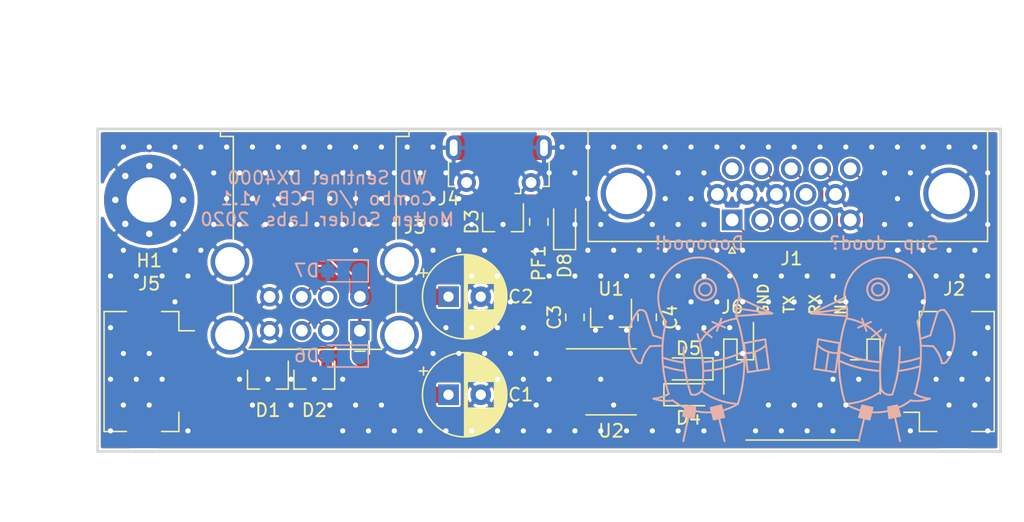
<source format=kicad_pcb>
(kicad_pcb (version 20171130) (host pcbnew 5.1.8-1.fc31)
  (layers (0 F.Cu signal) (31 B.Cu signal) (34 B.Paste user) (35 F.Paste user) (36 B.SilkS user) (37 F.SilkS user) (38 B.Mask user) (39 F.Mask user) (44 Edge.Cuts user))
  (net 0 "")
  (net 1 GND)
  (net 2 /RED_VID)
  (net 3 /GRN_VID)
  (net 4 /BLU_VID)
  (net 5 /SDA)
  (net 6 /SCL)
  (net 7 +3V3)
  (net 8 /UD-)
  (net 9 /UD+)
  (net 10 /DX_RX)
  (net 11 /DX_TX)
  (net 12 "Net-(J4-Pad1)")
  (net 13 /HSYNC)
  (net 14 /VSYNC)
  (net 15 "Net-(D4-Pad1)")
  (net 16 "Net-(D5-Pad2)")
  (net 17 /5V_A)
  (net 18 /5V_B)
  (net 19 /5V_C)
  (net 20 /USB_B+)
  (net 21 /USB_B-)
  (net 22 /USB_A+)
  (net 23 /USB_A-)
  (module Package_SO:SOIC-8_3.9x4.9mm_P1.27mm (layer F.Cu) (at 128.8 130.6)
    (fp_text reference U2 (at 0 3.8) (layer F.SilkS))
    (fp_text value CH330N)
    (pad 8 smd roundrect (at 2.475 -1.905) (size 1.95 0.6) (layers F.Cu F.Paste F.Mask) (net 7 +3V3))
    (pad 7 smd roundrect (at 2.475 -0.635) (size 1.95 0.6) (layers F.Cu F.Paste F.Mask) (net 16 "Net-(D5-Pad2)"))
    (pad 6 smd roundrect (at 2.475 0.635) (size 1.95 0.6) (layers F.Cu F.Paste F.Mask) (net 15 "Net-(D4-Pad1)"))
    (pad 5 smd roundrect (at 2.475 1.905) (size 1.95 0.6) (layers F.Cu F.Paste F.Mask) (net 7 +3V3))
    (pad 4 smd roundrect (at -2.475 1.905) (size 1.95 0.6) (layers F.Cu F.Paste F.Mask))
    (pad 3 smd roundrect (at -2.475 0.635) (size 1.95 0.6) (layers F.Cu F.Paste F.Mask) (net 1 GND))
    (pad 2 smd roundrect (at -2.475 -0.635) (size 1.95 0.6) (layers F.Cu F.Paste F.Mask) (net 8 /UD-))
    (pad 1 smd roundrect (at -2.475 -1.905) (size 1.95 0.6) (layers F.Cu F.Paste F.Mask) (net 9 /UD+))
  )
  (module Connector_USB:USB_A_Wuerth_61400826021_Horizontal_Stacked (layer F.Cu) (at 109.33 126.63 180)
    (fp_text reference J3 (at -4.27 8.03) (layer F.SilkS))
    (fp_text value Dual_USB)
    (pad 9 thru_hole circle (at 10.07 -0.35 180) (size 3 3) (drill 2.3) (layers *.Cu *.Mask) (net 1 GND))
    (pad 9 thru_hole circle (at -3.07 -0.35 180) (size 3 3) (drill 2.3) (layers *.Cu *.Mask) (net 1 GND))
    (pad 1 thru_hole rect (at 0 0 180) (size 1.5 1.5) (drill 0.92) (layers *.Cu *.Mask) (net 18 /5V_B))
    (pad 2 thru_hole circle (at 2.5 0 180) (size 1.5 1.5) (drill 0.92) (layers *.Cu *.Mask) (net 21 /USB_B-))
    (pad 3 thru_hole circle (at 4.5 0 180) (size 1.5 1.5) (drill 0.92) (layers *.Cu *.Mask) (net 20 /USB_B+))
    (pad 4 thru_hole circle (at 7 0 180) (size 1.5 1.5) (drill 0.92) (layers *.Cu *.Mask) (net 1 GND))
    (pad 9 thru_hole circle (at -3.07 5.33 180) (size 3 3) (drill 2.3) (layers *.Cu *.Mask) (net 1 GND))
    (pad 9 thru_hole circle (at 10.07 5.33 180) (size 3 3) (drill 2.3) (layers *.Cu *.Mask) (net 1 GND))
    (pad 5 thru_hole circle (at 0 2.62 180) (size 1.5 1.5) (drill 0.92) (layers *.Cu *.Mask) (net 17 /5V_A))
    (pad 6 thru_hole circle (at 2.5 2.62 180) (size 1.5 1.5) (drill 0.92) (layers *.Cu *.Mask) (net 23 /USB_A-))
    (pad 7 thru_hole circle (at 4.5 2.62 180) (size 1.5 1.5) (drill 0.92) (layers *.Cu *.Mask) (net 22 /USB_A+))
    (pad 8 thru_hole circle (at 7 2.62 180) (size 1.5 1.5) (drill 0.92) (layers *.Cu *.Mask) (net 1 GND))
  )
  (module Capacitor_SMD:C_0805_2012Metric (layer F.Cu) (at 131.6 125.6 270)
    (fp_text reference C4 (at 0 -1.8 90) (layer F.SilkS))
    (fp_text value 10u)
    (pad 2 smd roundrect (at 0.9375 0 270) (size 0.975 1.4) (layers F.Cu F.Paste F.Mask) (net 1 GND))
    (pad 1 smd roundrect (at -0.9375 0 270) (size 0.975 1.4) (layers F.Cu F.Paste F.Mask) (net 7 +3V3))
  )
  (module Connector_JST:JST_PH_S4B-PH-SM4-TB_1x04-1MP_P2.00mm_Horizontal (layer F.Cu) (at 143.6 130.6)
    (fp_text reference J6 (at -5.4 -5.8) (layer F.SilkS))
    (fp_text value TO_DX_SER_HDR)
    (pad MP smd roundrect (at 5.35 2.9) (size 1.5 3.4) (layers F.Cu F.Paste F.Mask) (roundrect_rratio 0.166667))
    (pad MP smd roundrect (at -5.35 2.9) (size 1.5 3.4) (layers F.Cu F.Paste F.Mask) (roundrect_rratio 0.166667))
    (pad 4 smd roundrect (at 3 -2.85) (size 1 3.5) (layers F.Cu F.Paste F.Mask))
    (pad 3 smd roundrect (at 1 -2.85) (size 1 3.5) (layers F.Cu F.Paste F.Mask) (net 10 /DX_RX))
    (pad 2 smd roundrect (at -1 -2.85) (size 1 3.5) (layers F.Cu F.Paste F.Mask) (net 11 /DX_TX))
    (pad 1 smd roundrect (at -3 -2.85) (size 1 3.5) (layers F.Cu F.Paste F.Mask) (net 1 GND))
  )
  (module Capacitor_SMD:C_0805_2012Metric (layer F.Cu) (at 126 125.6 270)
    (fp_text reference C3 (at 0 1.6 90) (layer F.SilkS))
    (fp_text value 10u)
    (pad 1 smd roundrect (at -0.9375 0 270) (size 0.975 1.4) (layers F.Cu F.Paste F.Mask) (net 19 /5V_C))
    (pad 2 smd roundrect (at 0.9375 0 270) (size 0.975 1.4) (layers F.Cu F.Paste F.Mask) (net 1 GND))
  )
  (module Connector_FFC-FPC:Hirose_FH12-12S-0.5SH_1x12-1MP_P0.50mm_Horizontal (layer F.Cu) (at 94 129.8 270)
    (fp_text reference J5 (at -6.8 1 180) (layer F.SilkS))
    (fp_text value FFC_USB)
    (pad MP smd rect (at 4.65 1.4 270) (size 1.8 2.2) (layers F.Cu F.Paste F.Mask))
    (pad MP smd rect (at -4.65 1.4 270) (size 1.8 2.2) (layers F.Cu F.Paste F.Mask))
    (pad 1 smd rect (at -2.75 -1.85 270) (size 0.3 1.3) (layers F.Cu F.Paste F.Mask) (net 17 /5V_A))
    (pad 2 smd rect (at -2.25 -1.85 270) (size 0.3 1.3) (layers F.Cu F.Paste F.Mask) (net 17 /5V_A))
    (pad 3 smd rect (at -1.75 -1.85 270) (size 0.3 1.3) (layers F.Cu F.Paste F.Mask) (net 18 /5V_B))
    (pad 4 smd rect (at -1.25 -1.85 270) (size 0.3 1.3) (layers F.Cu F.Paste F.Mask) (net 18 /5V_B))
    (pad 5 smd rect (at -0.75 -1.85 270) (size 0.3 1.3) (layers F.Cu F.Paste F.Mask) (net 23 /USB_A-))
    (pad 6 smd rect (at -0.25 -1.85 270) (size 0.3 1.3) (layers F.Cu F.Paste F.Mask) (net 22 /USB_A+))
    (pad 7 smd rect (at 0.25 -1.85 270) (size 0.3 1.3) (layers F.Cu F.Paste F.Mask) (net 1 GND))
    (pad 8 smd rect (at 0.75 -1.85 270) (size 0.3 1.3) (layers F.Cu F.Paste F.Mask) (net 1 GND))
    (pad 9 smd rect (at 1.25 -1.85 270) (size 0.3 1.3) (layers F.Cu F.Paste F.Mask) (net 21 /USB_B-))
    (pad 10 smd rect (at 1.75 -1.85 270) (size 0.3 1.3) (layers F.Cu F.Paste F.Mask) (net 20 /USB_B+))
    (pad 11 smd rect (at 2.25 -1.85 270) (size 0.3 1.3) (layers F.Cu F.Paste F.Mask) (net 1 GND))
    (pad 12 smd rect (at 2.75 -1.85 270) (size 0.3 1.3) (layers F.Cu F.Paste F.Mask) (net 1 GND))
  )
  (module Package_TO_SOT_SMD:SOT-23 (layer F.Cu) (at 102.2 130.4 270)
    (fp_text reference D1 (at 2.4 0) (layer F.SilkS))
    (fp_text value SESLC5V)
    (pad 3 smd rect (at 1 0 270) (size 0.9 0.8) (layers F.Cu F.Paste F.Mask) (net 1 GND))
    (pad 2 smd rect (at -1 0.95 270) (size 0.9 0.8) (layers F.Cu F.Paste F.Mask) (net 23 /USB_A-))
    (pad 1 smd rect (at -1 -0.95 270) (size 0.9 0.8) (layers F.Cu F.Paste F.Mask) (net 22 /USB_A+))
  )
  (module Package_TO_SOT_SMD:SOT-23 (layer F.Cu) (at 105.8 130.4 270)
    (fp_text reference D2 (at 2.4 0) (layer F.SilkS))
    (fp_text value SESLC5V)
    (pad 1 smd rect (at -1 -0.95 270) (size 0.9 0.8) (layers F.Cu F.Paste F.Mask) (net 20 /USB_B+))
    (pad 2 smd rect (at -1 0.95 270) (size 0.9 0.8) (layers F.Cu F.Paste F.Mask) (net 21 /USB_B-))
    (pad 3 smd rect (at 1 0 270) (size 0.9 0.8) (layers F.Cu F.Paste F.Mask) (net 1 GND))
  )
  (module Connector_Dsub:DSUB-15-HD_Female_Horizontal_P2.29x1.98mm_EdgePinOffset3.03mm_Housed_MountingHolesOffset4.94mm (layer F.Cu) (at 138.185 118.05 180)
    (fp_text reference J1 (at -4.6 -3) (layer F.SilkS))
    (fp_text value VGA_OUTPUT)
    (pad 1 thru_hole rect (at 0 0 180) (size 1.6 1.6) (drill 1) (layers *.Cu *.Mask) (net 2 /RED_VID))
    (pad 2 thru_hole circle (at -2.29 0 180) (size 1.6 1.6) (drill 1) (layers *.Cu *.Mask) (net 3 /GRN_VID))
    (pad 3 thru_hole circle (at -4.58 0 180) (size 1.6 1.6) (drill 1) (layers *.Cu *.Mask) (net 4 /BLU_VID))
    (pad 4 thru_hole circle (at -6.87 0 180) (size 1.6 1.6) (drill 1) (layers *.Cu *.Mask))
    (pad 5 thru_hole circle (at -9.16 0 180) (size 1.6 1.6) (drill 1) (layers *.Cu *.Mask) (net 1 GND))
    (pad 6 thru_hole circle (at 1.145 1.98 180) (size 1.6 1.6) (drill 1) (layers *.Cu *.Mask) (net 1 GND))
    (pad 7 thru_hole circle (at -1.145 1.98 180) (size 1.6 1.6) (drill 1) (layers *.Cu *.Mask) (net 1 GND))
    (pad 8 thru_hole circle (at -3.435 1.98 180) (size 1.6 1.6) (drill 1) (layers *.Cu *.Mask) (net 1 GND))
    (pad 9 thru_hole circle (at -5.725 1.98 180) (size 1.6 1.6) (drill 1) (layers *.Cu *.Mask))
    (pad 10 thru_hole circle (at -8.015 1.98 180) (size 1.6 1.6) (drill 1) (layers *.Cu *.Mask) (net 1 GND))
    (pad 11 thru_hole circle (at 0 3.96 180) (size 1.6 1.6) (drill 1) (layers *.Cu *.Mask))
    (pad 12 thru_hole circle (at -2.29 3.96 180) (size 1.6 1.6) (drill 1) (layers *.Cu *.Mask) (net 5 /SDA))
    (pad 13 thru_hole circle (at -4.58 3.96 180) (size 1.6 1.6) (drill 1) (layers *.Cu *.Mask) (net 13 /HSYNC))
    (pad 14 thru_hole circle (at -6.87 3.96 180) (size 1.6 1.6) (drill 1) (layers *.Cu *.Mask) (net 14 /VSYNC))
    (pad 15 thru_hole circle (at -9.16 3.96 180) (size 1.6 1.6) (drill 1) (layers *.Cu *.Mask) (net 6 /SCL))
    (pad 0 thru_hole circle (at -16.815 2.05 180) (size 4 4) (drill 3.2) (layers *.Cu *.Mask) (net 1 GND))
    (pad 0 thru_hole circle (at 8.185 2.05 180) (size 4 4) (drill 3.2) (layers *.Cu *.Mask) (net 1 GND))
  )
  (module Connector_FFC-FPC:Hirose_FH12-12S-0.5SH_1x12-1MP_P0.50mm_Horizontal (layer F.Cu) (at 154 129.8 90)
    (fp_text reference J2 (at 6.4 1.4) (layer F.SilkS))
    (fp_text value FFC_VGA)
    (pad MP smd rect (at 4.65 1.4 90) (size 1.8 2.2) (layers F.Cu F.Paste F.Mask))
    (pad MP smd rect (at -4.65 1.4 90) (size 1.8 2.2) (layers F.Cu F.Paste F.Mask))
    (pad 1 smd rect (at -2.75 -1.85 90) (size 0.3 1.3) (layers F.Cu F.Paste F.Mask) (net 1 GND))
    (pad 2 smd rect (at -2.25 -1.85 90) (size 0.3 1.3) (layers F.Cu F.Paste F.Mask) (net 1 GND))
    (pad 3 smd rect (at -1.75 -1.85 90) (size 0.3 1.3) (layers F.Cu F.Paste F.Mask) (net 1 GND))
    (pad 4 smd rect (at -1.25 -1.85 90) (size 0.3 1.3) (layers F.Cu F.Paste F.Mask) (net 1 GND))
    (pad 5 smd rect (at -0.75 -1.85 90) (size 0.3 1.3) (layers F.Cu F.Paste F.Mask) (net 2 /RED_VID))
    (pad 6 smd rect (at -0.25 -1.85 90) (size 0.3 1.3) (layers F.Cu F.Paste F.Mask) (net 3 /GRN_VID))
    (pad 7 smd rect (at 0.25 -1.85 90) (size 0.3 1.3) (layers F.Cu F.Paste F.Mask) (net 4 /BLU_VID))
    (pad 8 smd rect (at 0.75 -1.85 90) (size 0.3 1.3) (layers F.Cu F.Paste F.Mask) (net 1 GND))
    (pad 9 smd rect (at 1.25 -1.85 90) (size 0.3 1.3) (layers F.Cu F.Paste F.Mask) (net 5 /SDA))
    (pad 10 smd rect (at 1.75 -1.85 90) (size 0.3 1.3) (layers F.Cu F.Paste F.Mask) (net 13 /HSYNC))
    (pad 11 smd rect (at 2.25 -1.85 90) (size 0.3 1.3) (layers F.Cu F.Paste F.Mask) (net 14 /VSYNC))
    (pad 12 smd rect (at 2.75 -1.85 90) (size 0.3 1.3) (layers F.Cu F.Paste F.Mask) (net 6 /SCL))
  )
  (module Connector_USB:USB_Micro-B_Molex-105017-0001 (layer F.Cu) (at 120.1 113.6875 180)
    (fp_text reference J4 (at 3.9 -2.7125) (layer F.SilkS))
    (fp_text value USB_B_Micro)
    (pad 6 smd rect (at 1 1.2375 180) (size 1.5 1.9) (layers F.Cu F.Paste F.Mask) (net 1 GND))
    (pad 6 thru_hole circle (at -2.5 -1.4625 180) (size 1.45 1.45) (drill 0.85) (layers *.Cu *.Mask) (net 1 GND))
    (pad 2 smd rect (at -0.65 -1.4625 180) (size 0.4 1.35) (layers F.Cu F.Paste F.Mask) (net 8 /UD-))
    (pad 1 smd rect (at -1.3 -1.4625 180) (size 0.4 1.35) (layers F.Cu F.Paste F.Mask) (net 12 "Net-(J4-Pad1)"))
    (pad 5 smd rect (at 1.3 -1.4625 180) (size 0.4 1.35) (layers F.Cu F.Paste F.Mask) (net 1 GND))
    (pad 4 smd rect (at 0.65 -1.4625 180) (size 0.4 1.35) (layers F.Cu F.Paste F.Mask))
    (pad 3 smd rect (at 0 -1.4625 180) (size 0.4 1.35) (layers F.Cu F.Paste F.Mask) (net 9 /UD+))
    (pad 6 thru_hole circle (at 2.5 -1.4625 180) (size 1.45 1.45) (drill 0.85) (layers *.Cu *.Mask) (net 1 GND))
    (pad 6 smd rect (at -1 1.2375 180) (size 1.5 1.9) (layers F.Cu F.Paste F.Mask) (net 1 GND))
    (pad 6 thru_hole oval (at -3.5 1.2375) (size 1.2 1.9) (drill oval 0.6 1.3) (layers *.Cu *.Mask) (net 1 GND))
    (pad 6 thru_hole oval (at 3.5 1.2375 180) (size 1.2 1.9) (drill oval 0.6 1.3) (layers *.Cu *.Mask) (net 1 GND))
    (pad 6 smd rect (at 2.9 1.2375 180) (size 1.2 1.9) (layers F.Cu F.Mask) (net 1 GND))
    (pad 6 smd rect (at -2.9 1.2375 180) (size 1.2 1.9) (layers F.Cu F.Mask) (net 1 GND))
  )
  (module MountingHole:MountingHole_3.5mm_Pad_Via (layer F.Cu) (at 93 116.5)
    (fp_text reference H1 (at 0 4.7) (layer F.SilkS))
    (fp_text value Keystone_633)
    (pad 1 thru_hole circle (at 1.856155 -1.856155) (size 0.8 0.8) (drill 0.5) (layers *.Cu *.Mask) (net 1 GND))
    (pad 1 thru_hole circle (at 0 -2.625) (size 0.8 0.8) (drill 0.5) (layers *.Cu *.Mask) (net 1 GND))
    (pad 1 thru_hole circle (at -1.856155 -1.856155) (size 0.8 0.8) (drill 0.5) (layers *.Cu *.Mask) (net 1 GND))
    (pad 1 thru_hole circle (at -2.625 0) (size 0.8 0.8) (drill 0.5) (layers *.Cu *.Mask) (net 1 GND))
    (pad 1 thru_hole circle (at -1.856155 1.856155) (size 0.8 0.8) (drill 0.5) (layers *.Cu *.Mask) (net 1 GND))
    (pad 1 thru_hole circle (at 0 2.625) (size 0.8 0.8) (drill 0.5) (layers *.Cu *.Mask) (net 1 GND))
    (pad 1 thru_hole circle (at 1.856155 1.856155) (size 0.8 0.8) (drill 0.5) (layers *.Cu *.Mask) (net 1 GND))
    (pad 1 thru_hole circle (at 2.625 0) (size 0.8 0.8) (drill 0.5) (layers *.Cu *.Mask) (net 1 GND))
    (pad 1 thru_hole circle (at 0 0) (size 7 7) (drill 3.5) (layers *.Cu *.Mask) (net 1 GND))
  )
  (module Package_TO_SOT_SMD:SOT-23 (layer F.Cu) (at 120.425 118.2 270)
    (fp_text reference D3 (at 0 2.425 90) (layer F.SilkS))
    (fp_text value SESLC5V)
    (pad 1 smd rect (at -1 -0.95 270) (size 0.9 0.8) (layers F.Cu F.Paste F.Mask) (net 8 /UD-))
    (pad 2 smd rect (at -1 0.95 270) (size 0.9 0.8) (layers F.Cu F.Paste F.Mask) (net 9 /UD+))
    (pad 3 smd rect (at 1 0 270) (size 0.9 0.8) (layers F.Cu F.Paste F.Mask) (net 1 GND))
  )
  (module Package_TO_SOT_SMD:SOT-23 (layer F.Cu) (at 128.8 125.6 270)
    (fp_text reference U1 (at -2.2 0 180) (layer F.SilkS))
    (fp_text value MCP1811AT-033)
    (pad 3 smd rect (at 1 0 270) (size 0.9 0.8) (layers F.Cu F.Paste F.Mask) (net 1 GND))
    (pad 2 smd rect (at -1 0.95 270) (size 0.9 0.8) (layers F.Cu F.Paste F.Mask) (net 19 /5V_C))
    (pad 1 smd rect (at -1 -0.95 270) (size 0.9 0.8) (layers F.Cu F.Paste F.Mask) (net 7 +3V3))
  )
  (module Capacitor_THT:CP_Radial_D6.3mm_P2.50mm (layer F.Cu) (at 116.2 131.6)
    (fp_text reference C1 (at 5.6 0) (layer F.SilkS))
    (fp_text value 220u)
    (pad 2 thru_hole circle (at 2.5 0) (size 1.6 1.6) (drill 0.8) (layers *.Cu *.Mask) (net 1 GND))
    (pad 1 thru_hole rect (at 0 0) (size 1.6 1.6) (drill 0.8) (layers *.Cu *.Mask) (net 18 /5V_B))
  )
  (module Capacitor_THT:CP_Radial_D6.3mm_P2.50mm (layer F.Cu) (at 116.2 124)
    (fp_text reference C2 (at 5.6 0) (layer F.SilkS))
    (fp_text value 220u)
    (pad 2 thru_hole circle (at 2.5 0) (size 1.6 1.6) (drill 0.8) (layers *.Cu *.Mask) (net 1 GND))
    (pad 1 thru_hole rect (at 0 0) (size 1.6 1.6) (drill 0.8) (layers *.Cu *.Mask) (net 17 /5V_A))
  )
  (module Diode_SMD:D_SOD-323_HandSoldering (layer B.Cu) (at 108.08 128.6 180)
    (fp_text reference D6 (at 2.88 0.03) (layer B.SilkS) (effects (justify mirror)))
    (fp_text value " GSESLC5V")
    (pad 1 smd rect (at -1.25 0 180) (size 1 1) (layers B.Cu B.Paste B.Mask) (net 18 /5V_B))
    (pad 2 smd rect (at 1.25 0 180) (size 1 1) (layers B.Cu B.Paste B.Mask) (net 1 GND))
  )
  (module Diode_SMD:D_SOD-323_HandSoldering (layer B.Cu) (at 108.08 122 180)
    (fp_text reference D7 (at 2.88 0.03) (layer B.SilkS) (effects (justify mirror)))
    (fp_text value " GSESLC5V")
    (pad 1 smd rect (at -1.25 0 180) (size 1 1) (layers B.Cu B.Paste B.Mask) (net 17 /5V_A))
    (pad 2 smd rect (at 1.25 0 180) (size 1 1) (layers B.Cu B.Paste B.Mask) (net 1 GND))
  )
  (module Diode_SMD:D_SOD-323_HandSoldering (layer F.Cu) (at 125.2 118.45 90)
    (fp_text reference D8 (at -3.15 0 90) (layer F.SilkS))
    (fp_text value " GSESLC5V")
    (pad 2 smd rect (at 1.25 0 90) (size 1 1) (layers F.Cu F.Paste F.Mask) (net 1 GND))
    (pad 1 smd rect (at -1.25 0 90) (size 1 1) (layers F.Cu F.Paste F.Mask) (net 19 /5V_C))
  )
  (module Diode_SMD:D_SOD-323_HandSoldering (layer F.Cu) (at 134.8 131.6)
    (fp_text reference D4 (at 0 1.8) (layer F.SilkS))
    (fp_text value NSR0320)
    (pad 2 smd rect (at 1.25 0) (size 1 1) (layers F.Cu F.Paste F.Mask) (net 10 /DX_RX))
    (pad 1 smd rect (at -1.25 0) (size 1 1) (layers F.Cu F.Paste F.Mask) (net 15 "Net-(D4-Pad1)"))
  )
  (module Diode_SMD:D_SOD-323_HandSoldering (layer F.Cu) (at 134.8 129.6 180)
    (fp_text reference D5 (at 0 1.6) (layer F.SilkS))
    (fp_text value NSR0320)
    (pad 1 smd rect (at -1.25 0 180) (size 1 1) (layers F.Cu F.Paste F.Mask) (net 11 /DX_TX))
    (pad 2 smd rect (at 1.25 0 180) (size 1 1) (layers F.Cu F.Paste F.Mask) (net 16 "Net-(D5-Pad2)"))
  )
  (module Resistor_SMD:R_0805_2012Metric (layer F.Cu) (at 123.2 118.2 90)
    (fp_text reference PF1 (at -3.2 0 90) (layer F.SilkS))
    (fp_text value 0805L010YR)
    (pad 1 smd roundrect (at -0.9375 0 90) (size 0.975 1.4) (layers F.Cu F.Paste F.Mask) (net 19 /5V_C))
    (pad 2 smd roundrect (at 0.9375 0 90) (size 0.975 1.4) (layers F.Cu F.Paste F.Mask) (net 12 "Net-(J4-Pad1)"))
  )
  (gr_arc (start 150.1 120.9) (end 151.2 129.1) (angle -10.8) (layer B.SilkS) (width 0.15))
  (gr_line (start 154.085352 125.26964) (end 153.55 127) (layer B.SilkS) (width 0.15))
  (gr_text "WD Sentinel DX4000\nCombo I/O PCB, v1.1\nMolten Solder Labs, 2020" (at 106.8 116.4) (layer B.SilkS) (effects (font (size 1 1)) (justify mirror)))
  (gr_arc (start 149.3 128.5) (end 146.967809 132.309153) (angle -69.4) (layer B.SilkS) (width 0.15))
  (gr_arc (start 151.949953 129.602808) (end 154.438479 129.145453) (angle -33.8) (layer B.SilkS) (width 0.15))
  (gr_arc (start 160.210929 129.922266) (end 150.1 126.9) (angle -23) (layer B.SilkS) (width 0.15))
  (gr_line (start 146.2 129.85) (end 146.5 127.6) (layer B.SilkS) (width 0.15))
  (gr_line (start 146.9 124.1) (end 147.1 124.9) (layer B.SilkS) (width 0.15))
  (gr_arc (start 150.1 121.150001) (end 151.099999 129.75) (angle -11) (layer B.SilkS) (width 0.15))
  (gr_line (start 149.75 126.55) (end 149 127.15) (layer B.SilkS) (width 0.15))
  (gr_line (start 152.8 127.25) (end 153.55 127) (layer B.SilkS) (width 0.15))
  (gr_arc (start 152.479909 128.927898) (end 152.05 132.05) (angle -27.1) (layer B.SilkS) (width 0.15))
  (gr_arc (start 152.18469 127.146781) (end 154.854524 128.976051) (angle -74.8) (layer B.SilkS) (width 0.15))
  (gr_arc (start 135.5 120.9) (end 139 128.3) (angle 21.83178994) (layer B.SilkS) (width 0.15))
  (gr_line (start 140.15 129.7) (end 139.95 128.35) (layer B.SilkS) (width 0.15))
  (gr_arc (start 146.5 129.7) (end 149.899999 127.500001) (angle -48.6) (layer B.SilkS) (width 0.15))
  (gr_arc (start 146.7 127.1) (end 146.967808 132.309154) (angle -32.6) (layer B.SilkS) (width 0.15))
  (gr_line (start 144.3 125.3) (end 147.1 125.5) (layer B.SilkS) (width 0.15))
  (gr_line (start 152.9 127.8) (end 153.762706 127.837627) (layer B.SilkS) (width 0.15))
  (gr_arc (start 150.099693 121.173854) (end 146.499694 128.973853) (angle -21.4) (layer B.SilkS) (width 0.15))
  (gr_line (start 138.7 124.1) (end 138.5 124.9) (layer B.SilkS) (width 0.15))
  (gr_line (start 145.45 129.7) (end 145.65 128.35) (layer B.SilkS) (width 0.15))
  (gr_poly (pts (xy 149.1 132.6) (xy 148.85 133.55) (xy 148 133.35) (xy 148.25 132.4)) (layer B.SilkS) (width 0.1))
  (gr_line (start 147.1 125.5) (end 147.1 124.9) (layer B.SilkS) (width 0.15))
  (gr_line (start 146.5 127.6) (end 144.85 127.3) (layer B.SilkS) (width 0.15))
  (gr_line (start 141.3 125.3) (end 138.5 125.5) (layer B.SilkS) (width 0.15))
  (gr_arc (start 135.5 120.9) (end 134.4 129.1) (angle 10.79454206) (layer B.SilkS) (width 0.15))
  (gr_line (start 134.85 133.05) (end 134.4 135.2) (layer B.SilkS) (width 0.15))
  (gr_arc (start 150.383638 130.92369) (end 149.723597 131.097356) (angle -93.7) (layer B.SilkS) (width 0.15))
  (gr_arc (start 154.538479 128.795454) (end 154.438479 129.145453) (angle -76.2) (layer B.SilkS) (width 0.15))
  (gr_arc (start 149.982436 124.091111) (end 152.542161 125.941838) (angle -50.4) (layer B.SilkS) (width 0.15))
  (gr_arc (start 133.41531 127.146781) (end 130.745476 128.976051) (angle 74.79910829) (layer B.SilkS) (width 0.15))
  (gr_arc (start 131.1 125.5) (end 130.950001 125.050001) (angle 79.38034472) (layer B.SilkS) (width 0.15))
  (gr_line (start 144.3 125.3) (end 147.1 124.9) (layer B.SilkS) (width 0.15))
  (gr_arc (start 136.3 128.5) (end 138.632191 132.309153) (angle 69.35244125) (layer B.SilkS) (width 0.15))
  (gr_line (start 148.5 133.1) (end 148 135.2) (layer B.SilkS) (width 0.15))
  (gr_line (start 139.1 127.6) (end 140.75 127.3) (layer B.SilkS) (width 0.15))
  (gr_arc (start 139.1 129.7) (end 135.700001 127.500001) (angle 48.56399147) (layer B.SilkS) (width 0.15))
  (gr_arc (start 135.500307 121.173854) (end 139.100306 128.973853) (angle 21.44054267) (layer B.SilkS) (width 0.15))
  (gr_arc (start 128.5 129.1) (end 138.499999 125.500001) (angle 37.37336048) (layer B.SilkS) (width 0.15))
  (gr_poly (pts (xy 134.6 132.4) (xy 134.35 133.25) (xy 135.25 133.45) (xy 135.35 132.55)) (layer B.SilkS) (width 0.1))
  (gr_line (start 141.3 125.3) (end 138.5 124.9) (layer B.SilkS) (width 0.15))
  (gr_arc (start 135.617564 124.091111) (end 133.057839 125.941838) (angle 50.37202307) (layer B.SilkS) (width 0.15))
  (gr_circle (center 149.5 123.432713) (end 148.65653 123.432713) (layer B.SilkS) (width 0.15))
  (gr_line (start 148.25 125.7) (end 148.6 126.65) (layer B.SilkS) (width 0.15))
  (gr_arc (start 133.650047 129.602808) (end 131.161521 129.145453) (angle 33.82432287) (layer B.SilkS) (width 0.15))
  (gr_line (start 132.8 127.25) (end 132.05 127) (layer B.SilkS) (width 0.15))
  (gr_arc (start 125.389071 129.922266) (end 135.5 126.9) (angle 23.03521465) (layer B.SilkS) (width 0.15))
  (gr_poly (pts (xy 136.5 132.6) (xy 136.75 133.55) (xy 137.6 133.35) (xy 137.35 132.4)) (layer B.SilkS) (width 0.1))
  (gr_line (start 137.1 133.1) (end 137.6 135.2) (layer B.SilkS) (width 0.15))
  (gr_text Doooood! (at 135.65 119.85) (layer B.SilkS) (effects (font (size 1 1)) (justify mirror)))
  (gr_line (start 137.35 125.7) (end 137 126.65) (layer B.SilkS) (width 0.15))
  (gr_arc (start 131.8996 129.278959) (end 133.272226 131.520814) (angle 27.10576199) (layer B.SilkS) (width 0.15))
  (gr_arc (start 135.216362 130.92369) (end 135.876403 131.097356) (angle 93.69371381) (layer B.SilkS) (width 0.15))
  (gr_line (start 135.85 126.55) (end 136.6 127.15) (layer B.SilkS) (width 0.15))
  (gr_arc (start 138.9 127.1) (end 138.632192 132.309154) (angle 32.59463354) (layer B.SilkS) (width 0.15))
  (gr_line (start 140.75 127.3) (end 141.05 129.6) (layer B.SilkS) (width 0.15))
  (gr_line (start 139.4 129.85) (end 139.1 127.6) (layer B.SilkS) (width 0.15))
  (gr_arc (start 150.1 120.9) (end 146.6 128.3) (angle -21.8) (layer B.SilkS) (width 0.15))
  (gr_line (start 144.55 129.6) (end 146.2 129.85) (layer B.SilkS) (width 0.15))
  (gr_arc (start 154.5 125.5) (end 154.649999 125.050001) (angle -79.4) (layer B.SilkS) (width 0.15))
  (gr_line (start 150.75 133.05) (end 151.2 135.2) (layer B.SilkS) (width 0.15))
  (gr_arc (start 146.3 126.25) (end 144.800001 127.749999) (angle -46.3) (layer B.SilkS) (width 0.15))
  (gr_line (start 144.85 127.3) (end 144.55 129.6) (layer B.SilkS) (width 0.15))
  (gr_line (start 138.5 125.5) (end 138.5 124.9) (layer B.SilkS) (width 0.15))
  (gr_line (start 136.65 125.95) (end 137.65 126.4) (layer B.SilkS) (width 0.15))
  (gr_arc (start 157.1 129.1) (end 147.100001 125.500001) (angle -37.4) (layer B.SilkS) (width 0.15))
  (gr_arc (start 153.7004 129.278959) (end 152.327774 131.520814) (angle -27.1) (layer B.SilkS) (width 0.15))
  (gr_line (start 146.871025 124.1) (end 144.3 125.3) (layer B.SilkS) (width 0.15))
  (gr_arc (start 142.327374 128.35418) (end 152.327374 131.541855) (angle -31) (layer B.SilkS) (width 0.15))
  (gr_arc (start 150.007612 124.1) (end 153.040462 123.3) (angle -165.2) (layer B.SilkS) (width 0.15))
  (gr_line (start 148.95 125.95) (end 147.95 126.4) (layer B.SilkS) (width 0.15))
  (gr_circle (center 136.1 123.432713) (end 135.3 123.7) (layer B.SilkS) (width 0.15))
  (gr_poly (pts (xy 151 132.4) (xy 151.25 133.25) (xy 150.35 133.45) (xy 150.25 132.55)) (layer B.SilkS) (width 0.1))
  (gr_arc (start 131.061521 128.795454) (end 131.161521 129.145453) (angle 76.20057737) (layer B.SilkS) (width 0.15))
  (gr_line (start 141.05 129.6) (end 139.4 129.85) (layer B.SilkS) (width 0.15))
  (gr_text "Sup, dood?" (at 149.95 119.85) (layer B.SilkS) (effects (font (size 1 1)) (justify mirror)))
  (gr_line (start 132.7 127.8) (end 131.837294 127.837627) (layer B.SilkS) (width 0.15))
  (gr_arc (start 139.3 126.25) (end 140.799999 127.749999) (angle 46.33221985) (layer B.SilkS) (width 0.15))
  (gr_circle (center 149.5 123.432713) (end 149.018915 123.432713) (layer B.SilkS) (width 0.15))
  (gr_arc (start 135.5 121.150001) (end 134.500001 129.75) (angle 10.95991576) (layer B.SilkS) (width 0.15))
  (gr_arc (start 140.58364 128.123691) (end 150.599465 131.571172) (angle -20.2) (layer B.SilkS) (width 0.15))
  (gr_arc (start 143.272626 128.35418) (end 133.272626 131.541855) (angle 30.96820472) (layer B.SilkS) (width 0.15))
  (gr_arc (start 133.120091 128.927898) (end 133.55 132.05) (angle 27.12763604) (layer B.SilkS) (width 0.15))
  (gr_arc (start 135.592388 124.1) (end 132.559538 123.3) (angle 165.2231982) (layer B.SilkS) (width 0.15))
  (gr_circle (center 136.1 123.432713) (end 135.7 123.7) (layer B.SilkS) (width 0.15))
  (gr_line (start 138.728975 124.1) (end 141.3 125.3) (layer B.SilkS) (width 0.15))
  (gr_arc (start 145.01636 128.123691) (end 135.000535 131.571172) (angle 20.20685696) (layer B.SilkS) (width 0.15))
  (gr_line (start 131.514648 125.26964) (end 132.05 127) (layer B.SilkS) (width 0.15))
  (gr_text NC (at 146.6 124.6 90) (layer F.SilkS) (effects (font (size 0.8 0.8))))
  (gr_text RX (at 144.6 124.6 90) (layer F.SilkS) (effects (font (size 0.8 0.8))))
  (gr_text TX (at 142.6 124.6 90) (layer F.SilkS) (effects (font (size 0.8 0.8))))
  (gr_text GND (at 140.6 124.2 90) (layer F.SilkS) (effects (font (size 0.8 0.8))))
  (gr_line (start 89 111) (end 159 111) (layer Edge.Cuts) (width 0.2))
  (gr_line (start 159 111) (end 159 136) (layer Edge.Cuts) (width 0.2))
  (gr_line (start 89 136) (end 159 136) (layer Edge.Cuts) (width 0.2))
  (gr_line (start 89 111) (end 89 136) (layer Edge.Cuts) (width 0.2))
  (segment (start 120.425 118.800001) (end 120.424999 118.8) (width 0.635) (layer F.Cu) (net 1))
  (segment (start 120.425 118.400001) (end 120.424999 118.4) (width 0.635) (layer F.Cu) (net 1))
  (via (at 107 112.4) (size 0.8) (drill 0.4) (layers F.Cu B.Cu) (net 1))
  (via (at 109 112.4) (size 0.8) (drill 0.4) (layers F.Cu B.Cu) (net 1))
  (via (at 111 112.4) (size 0.8) (drill 0.4) (layers F.Cu B.Cu) (net 1))
  (via (at 113 112.4) (size 0.8) (drill 0.4) (layers F.Cu B.Cu) (net 1))
  (via (at 115 112.4) (size 0.8) (drill 0.4) (layers F.Cu B.Cu) (net 1))
  (via (at 125 112.4) (size 0.8) (drill 0.4) (layers F.Cu B.Cu) (net 1))
  (via (at 133 112.4) (size 0.8) (drill 0.4) (layers F.Cu B.Cu) (net 1))
  (via (at 135 112.4) (size 0.8) (drill 0.4) (layers F.Cu B.Cu) (net 1))
  (via (at 143 112.4) (size 0.8) (drill 0.4) (layers F.Cu B.Cu) (net 1))
  (via (at 145 112.4) (size 0.8) (drill 0.4) (layers F.Cu B.Cu) (net 1))
  (via (at 147 112.4) (size 0.8) (drill 0.4) (layers F.Cu B.Cu) (net 1))
  (via (at 149 112.4) (size 0.8) (drill 0.4) (layers F.Cu B.Cu) (net 1))
  (via (at 106 114.4) (size 0.8) (drill 0.4) (layers F.Cu B.Cu) (net 1))
  (via (at 108 114.4) (size 0.8) (drill 0.4) (layers F.Cu B.Cu) (net 1))
  (via (at 110 114.4) (size 0.8) (drill 0.4) (layers F.Cu B.Cu) (net 1))
  (via (at 112 114.4) (size 0.8) (drill 0.4) (layers F.Cu B.Cu) (net 1))
  (via (at 114 114.4) (size 0.8) (drill 0.4) (layers F.Cu B.Cu) (net 1))
  (via (at 116 114.4) (size 0.8) (drill 0.4) (layers F.Cu B.Cu) (net 1))
  (via (at 124 114.4) (size 0.8) (drill 0.4) (layers F.Cu B.Cu) (net 1))
  (via (at 126 114.4) (size 0.8) (drill 0.4) (layers F.Cu B.Cu) (net 1))
  (via (at 134 114.4) (size 0.8) (drill 0.4) (layers F.Cu B.Cu) (net 1))
  (via (at 136 114.4) (size 0.8) (drill 0.4) (layers F.Cu B.Cu) (net 1))
  (via (at 158 114.4) (size 0.8) (drill 0.4) (layers F.Cu B.Cu) (net 1))
  (via (at 99 116.4) (size 0.8) (drill 0.4) (layers F.Cu B.Cu) (net 1))
  (via (at 105 116.4) (size 0.8) (drill 0.4) (layers F.Cu B.Cu) (net 1))
  (via (at 107 116.4) (size 0.8) (drill 0.4) (layers F.Cu B.Cu) (net 1))
  (via (at 109 116.4) (size 0.8) (drill 0.4) (layers F.Cu B.Cu) (net 1))
  (via (at 111 116.4) (size 0.8) (drill 0.4) (layers F.Cu B.Cu) (net 1))
  (via (at 113 116.4) (size 0.8) (drill 0.4) (layers F.Cu B.Cu) (net 1))
  (via (at 115 116.4) (size 0.8) (drill 0.4) (layers F.Cu B.Cu) (net 1))
  (via (at 117 116.4) (size 0.8) (drill 0.4) (layers F.Cu B.Cu) (net 1))
  (via (at 127 116.4) (size 0.8) (drill 0.4) (layers F.Cu B.Cu) (net 1))
  (via (at 133 116.4) (size 0.8) (drill 0.4) (layers F.Cu B.Cu) (net 1))
  (via (at 100 118.4) (size 0.8) (drill 0.4) (layers F.Cu B.Cu) (net 1))
  (via (at 102 118.4) (size 0.8) (drill 0.4) (layers F.Cu B.Cu) (net 1))
  (via (at 104 118.4) (size 0.8) (drill 0.4) (layers F.Cu B.Cu) (net 1))
  (via (at 106 118.4) (size 0.8) (drill 0.4) (layers F.Cu B.Cu) (net 1))
  (via (at 112 118.4) (size 0.8) (drill 0.4) (layers F.Cu B.Cu) (net 1))
  (via (at 116 118.4) (size 0.8) (drill 0.4) (layers F.Cu B.Cu) (net 1))
  (via (at 118 118.4) (size 0.8) (drill 0.4) (layers F.Cu B.Cu) (net 1))
  (via (at 126 118.4) (size 0.8) (drill 0.4) (layers F.Cu B.Cu) (net 1))
  (via (at 128 118.4) (size 0.8) (drill 0.4) (layers F.Cu B.Cu) (net 1))
  (via (at 132 118.4) (size 0.8) (drill 0.4) (layers F.Cu B.Cu) (net 1))
  (via (at 134 118.4) (size 0.8) (drill 0.4) (layers F.Cu B.Cu) (net 1))
  (via (at 136 118.4) (size 0.8) (drill 0.4) (layers F.Cu B.Cu) (net 1))
  (via (at 150 118.4) (size 0.8) (drill 0.4) (layers F.Cu B.Cu) (net 1))
  (via (at 152 118.4) (size 0.8) (drill 0.4) (layers F.Cu B.Cu) (net 1))
  (via (at 109 120.4) (size 0.8) (drill 0.4) (layers F.Cu B.Cu) (net 1))
  (via (at 117 120.4) (size 0.8) (drill 0.4) (layers F.Cu B.Cu) (net 1))
  (via (at 119 120.4) (size 0.8) (drill 0.4) (layers F.Cu B.Cu) (net 1))
  (via (at 127 120.4) (size 0.8) (drill 0.4) (layers F.Cu B.Cu) (net 1))
  (via (at 129 120.4) (size 0.8) (drill 0.4) (layers F.Cu B.Cu) (net 1))
  (via (at 131 120.4) (size 0.8) (drill 0.4) (layers F.Cu B.Cu) (net 1))
  (via (at 133 120.4) (size 0.8) (drill 0.4) (layers F.Cu B.Cu) (net 1))
  (via (at 135 120.4) (size 0.8) (drill 0.4) (layers F.Cu B.Cu) (net 1))
  (via (at 137 120.4) (size 0.8) (drill 0.4) (layers F.Cu B.Cu) (net 1))
  (via (at 139 120.4) (size 0.8) (drill 0.4) (layers F.Cu B.Cu) (net 1))
  (via (at 151 120.4) (size 0.8) (drill 0.4) (layers F.Cu B.Cu) (net 1))
  (via (at 153 120.4) (size 0.8) (drill 0.4) (layers F.Cu B.Cu) (net 1))
  (via (at 155 120.4) (size 0.8) (drill 0.4) (layers F.Cu B.Cu) (net 1))
  (via (at 118 122.4) (size 0.8) (drill 0.4) (layers F.Cu B.Cu) (net 1))
  (via (at 120 122.4) (size 0.8) (drill 0.4) (layers F.Cu B.Cu) (net 1))
  (via (at 124 122.4) (size 0.8) (drill 0.4) (layers F.Cu B.Cu) (net 1))
  (via (at 126 122.4) (size 0.8) (drill 0.4) (layers F.Cu B.Cu) (net 1))
  (via (at 128 122.4) (size 0.8) (drill 0.4) (layers F.Cu B.Cu) (net 1))
  (via (at 130 122.4) (size 0.8) (drill 0.4) (layers F.Cu B.Cu) (net 1))
  (via (at 132 122.4) (size 0.8) (drill 0.4) (layers F.Cu B.Cu) (net 1))
  (via (at 134 122.4) (size 0.8) (drill 0.4) (layers F.Cu B.Cu) (net 1))
  (via (at 136 122.4) (size 0.8) (drill 0.4) (layers F.Cu B.Cu) (net 1))
  (via (at 138 122.4) (size 0.8) (drill 0.4) (layers F.Cu B.Cu) (net 1))
  (via (at 140 122.4) (size 0.8) (drill 0.4) (layers F.Cu B.Cu) (net 1))
  (via (at 142 122.4) (size 0.8) (drill 0.4) (layers F.Cu B.Cu) (net 1))
  (via (at 144 122.4) (size 0.8) (drill 0.4) (layers F.Cu B.Cu) (net 1))
  (via (at 146 122.4) (size 0.8) (drill 0.4) (layers F.Cu B.Cu) (net 1))
  (via (at 152 122.4) (size 0.8) (drill 0.4) (layers F.Cu B.Cu) (net 1))
  (via (at 154 122.4) (size 0.8) (drill 0.4) (layers F.Cu B.Cu) (net 1))
  (via (at 156 122.4) (size 0.8) (drill 0.4) (layers F.Cu B.Cu) (net 1))
  (via (at 158 122.4) (size 0.8) (drill 0.4) (layers F.Cu B.Cu) (net 1))
  (via (at 135 124.4) (size 0.8) (drill 0.4) (layers F.Cu B.Cu) (net 1))
  (via (at 137 124.4) (size 0.8) (drill 0.4) (layers F.Cu B.Cu) (net 1))
  (via (at 139 124.4) (size 0.8) (drill 0.4) (layers F.Cu B.Cu) (net 1))
  (via (at 141 124.4) (size 0.8) (drill 0.4) (layers F.Cu B.Cu) (net 1))
  (via (at 143 124.4) (size 0.8) (drill 0.4) (layers F.Cu B.Cu) (net 1))
  (via (at 145 124.4) (size 0.8) (drill 0.4) (layers F.Cu B.Cu) (net 1))
  (via (at 147 124.4) (size 0.8) (drill 0.4) (layers F.Cu B.Cu) (net 1))
  (via (at 153 124.4) (size 0.8) (drill 0.4) (layers F.Cu B.Cu) (net 1))
  (via (at 122 126.4) (size 0.8) (drill 0.4) (layers F.Cu B.Cu) (net 1))
  (via (at 134 126.4) (size 0.8) (drill 0.4) (layers F.Cu B.Cu) (net 1))
  (via (at 138 126.4) (size 0.8) (drill 0.4) (layers F.Cu B.Cu) (net 1))
  (via (at 158 126.4) (size 0.8) (drill 0.4) (layers F.Cu B.Cu) (net 1))
  (via (at 115 128.4) (size 0.8) (drill 0.4) (layers F.Cu B.Cu) (net 1))
  (via (at 117 128.4) (size 0.8) (drill 0.4) (layers F.Cu B.Cu) (net 1))
  (via (at 119 128.4) (size 0.8) (drill 0.4) (layers F.Cu B.Cu) (net 1))
  (via (at 121 128.4) (size 0.8) (drill 0.4) (layers F.Cu B.Cu) (net 1))
  (via (at 123 128.4) (size 0.8) (drill 0.4) (layers F.Cu B.Cu) (net 1))
  (via (at 137 128.4) (size 0.8) (drill 0.4) (layers F.Cu B.Cu) (net 1))
  (via (at 139 128.4) (size 0.8) (drill 0.4) (layers F.Cu B.Cu) (net 1))
  (via (at 155 128.4) (size 0.8) (drill 0.4) (layers F.Cu B.Cu) (net 1))
  (via (at 157 128.4) (size 0.8) (drill 0.4) (layers F.Cu B.Cu) (net 1))
  (via (at 100 130.4) (size 0.8) (drill 0.4) (layers F.Cu B.Cu) (net 1))
  (via (at 120 130.4) (size 0.8) (drill 0.4) (layers F.Cu B.Cu) (net 1))
  (via (at 122 130.4) (size 0.8) (drill 0.4) (layers F.Cu B.Cu) (net 1))
  (via (at 124 130.4) (size 0.8) (drill 0.4) (layers F.Cu B.Cu) (net 1))
  (via (at 128 130.4) (size 0.8) (drill 0.4) (layers F.Cu B.Cu) (net 1))
  (via (at 146 130.4) (size 0.8) (drill 0.4) (layers F.Cu B.Cu) (net 1))
  (via (at 148 130.4) (size 0.8) (drill 0.4) (layers F.Cu B.Cu) (net 1))
  (via (at 154 130.4) (size 0.8) (drill 0.4) (layers F.Cu B.Cu) (net 1))
  (via (at 156 130.4) (size 0.8) (drill 0.4) (layers F.Cu B.Cu) (net 1))
  (via (at 158 130.4) (size 0.8) (drill 0.4) (layers F.Cu B.Cu) (net 1))
  (via (at 109 132.4) (size 0.8) (drill 0.4) (layers F.Cu B.Cu) (net 1))
  (via (at 111 132.4) (size 0.8) (drill 0.4) (layers F.Cu B.Cu) (net 1))
  (via (at 121 132.4) (size 0.8) (drill 0.4) (layers F.Cu B.Cu) (net 1))
  (via (at 123 132.4) (size 0.8) (drill 0.4) (layers F.Cu B.Cu) (net 1))
  (via (at 129 132.4) (size 0.8) (drill 0.4) (layers F.Cu B.Cu) (net 1))
  (via (at 141 132.4) (size 0.8) (drill 0.4) (layers F.Cu B.Cu) (net 1))
  (via (at 143 132.4) (size 0.8) (drill 0.4) (layers F.Cu B.Cu) (net 1))
  (via (at 145 132.4) (size 0.8) (drill 0.4) (layers F.Cu B.Cu) (net 1))
  (via (at 155 132.4) (size 0.8) (drill 0.4) (layers F.Cu B.Cu) (net 1))
  (via (at 157 132.4) (size 0.8) (drill 0.4) (layers F.Cu B.Cu) (net 1))
  (via (at 158 134.4) (size 0.8) (drill 0.4) (layers F.Cu B.Cu) (net 1))
  (via (at 152 134.4) (size 0.8) (drill 0.4) (layers F.Cu B.Cu) (net 1))
  (via (at 146 134.4) (size 0.8) (drill 0.4) (layers F.Cu B.Cu) (net 1))
  (via (at 144 134.4) (size 0.8) (drill 0.4) (layers F.Cu B.Cu) (net 1))
  (via (at 142 134.4) (size 0.8) (drill 0.4) (layers F.Cu B.Cu) (net 1))
  (via (at 140 134.4) (size 0.8) (drill 0.4) (layers F.Cu B.Cu) (net 1))
  (via (at 136 134.4) (size 0.8) (drill 0.4) (layers F.Cu B.Cu) (net 1))
  (via (at 134 134.4) (size 0.8) (drill 0.4) (layers F.Cu B.Cu) (net 1))
  (via (at 132 134.4) (size 0.8) (drill 0.4) (layers F.Cu B.Cu) (net 1))
  (via (at 130 134.4) (size 0.8) (drill 0.4) (layers F.Cu B.Cu) (net 1))
  (via (at 128 134.4) (size 0.8) (drill 0.4) (layers F.Cu B.Cu) (net 1))
  (via (at 126 134.4) (size 0.8) (drill 0.4) (layers F.Cu B.Cu) (net 1))
  (via (at 124 134.4) (size 0.8) (drill 0.4) (layers F.Cu B.Cu) (net 1))
  (via (at 122 134.4) (size 0.8) (drill 0.4) (layers F.Cu B.Cu) (net 1))
  (via (at 120 134.4) (size 0.8) (drill 0.4) (layers F.Cu B.Cu) (net 1))
  (via (at 118 134.4) (size 0.8) (drill 0.4) (layers F.Cu B.Cu) (net 1))
  (via (at 116 134.4) (size 0.8) (drill 0.4) (layers F.Cu B.Cu) (net 1))
  (via (at 114 134.4) (size 0.8) (drill 0.4) (layers F.Cu B.Cu) (net 1))
  (via (at 112 134.4) (size 0.8) (drill 0.4) (layers F.Cu B.Cu) (net 1))
  (via (at 110 134.4) (size 0.8) (drill 0.4) (layers F.Cu B.Cu) (net 1))
  (via (at 108 134.4) (size 0.8) (drill 0.4) (layers F.Cu B.Cu) (net 1))
  (via (at 96 134.4) (size 0.8) (drill 0.4) (layers F.Cu B.Cu) (net 1))
  (via (at 90 134.4) (size 0.8) (drill 0.4) (layers F.Cu B.Cu) (net 1))
  (via (at 147 132.4) (size 0.8) (drill 0.4) (layers F.Cu B.Cu) (net 1))
  (via (at 93 132.4) (size 0.8) (drill 0.4) (layers F.Cu B.Cu) (net 1))
  (via (at 91 132.4) (size 0.8) (drill 0.4) (layers F.Cu B.Cu) (net 1))
  (via (at 94 130.4) (size 0.8) (drill 0.4) (layers F.Cu B.Cu) (net 1))
  (via (at 92 130.4) (size 0.8) (drill 0.4) (layers F.Cu B.Cu) (net 1))
  (via (at 90 130.4) (size 0.8) (drill 0.4) (layers F.Cu B.Cu) (net 1))
  (via (at 93 128.4) (size 0.8) (drill 0.4) (layers F.Cu B.Cu) (net 1))
  (via (at 91 128.4) (size 0.8) (drill 0.4) (layers F.Cu B.Cu) (net 1))
  (via (at 120 126.4) (size 0.8) (drill 0.4) (layers F.Cu B.Cu) (net 1))
  (via (at 118 126.4) (size 0.8) (drill 0.4) (layers F.Cu B.Cu) (net 1))
  (via (at 90 126.4) (size 0.8) (drill 0.4) (layers F.Cu B.Cu) (net 1))
  (via (at 95 124.4) (size 0.8) (drill 0.4) (layers F.Cu B.Cu) (net 1))
  (via (at 96 122.4) (size 0.8) (drill 0.4) (layers F.Cu B.Cu) (net 1))
  (via (at 94 122.4) (size 0.8) (drill 0.4) (layers F.Cu B.Cu) (net 1))
  (via (at 92 122.4) (size 0.8) (drill 0.4) (layers F.Cu B.Cu) (net 1))
  (via (at 90 122.4) (size 0.8) (drill 0.4) (layers F.Cu B.Cu) (net 1))
  (via (at 157 120.4) (size 0.8) (drill 0.4) (layers F.Cu B.Cu) (net 1))
  (via (at 123 120.4) (size 0.8) (drill 0.4) (layers F.Cu B.Cu) (net 1))
  (via (at 97 120.4) (size 0.8) (drill 0.4) (layers F.Cu B.Cu) (net 1))
  (via (at 95 120.4) (size 0.8) (drill 0.4) (layers F.Cu B.Cu) (net 1))
  (via (at 91 120.4) (size 0.8) (drill 0.4) (layers F.Cu B.Cu) (net 1))
  (via (at 158 118.4) (size 0.8) (drill 0.4) (layers F.Cu B.Cu) (net 1))
  (via (at 114 118.4) (size 0.8) (drill 0.4) (layers F.Cu B.Cu) (net 1))
  (via (at 110 118.4) (size 0.8) (drill 0.4) (layers F.Cu B.Cu) (net 1))
  (via (at 98 118.4) (size 0.8) (drill 0.4) (layers F.Cu B.Cu) (net 1))
  (via (at 151 116.4) (size 0.8) (drill 0.4) (layers F.Cu B.Cu) (net 1))
  (via (at 135 116.4) (size 0.8) (drill 0.4) (layers F.Cu B.Cu) (net 1))
  (via (at 152 114.4) (size 0.8) (drill 0.4) (layers F.Cu B.Cu) (net 1))
  (via (at 150 114.4) (size 0.8) (drill 0.4) (layers F.Cu B.Cu) (net 1))
  (via (at 98 114.4) (size 0.8) (drill 0.4) (layers F.Cu B.Cu) (net 1))
  (via (at 157 112.4) (size 0.8) (drill 0.4) (layers F.Cu B.Cu) (net 1))
  (via (at 153 112.4) (size 0.8) (drill 0.4) (layers F.Cu B.Cu) (net 1))
  (via (at 151 112.4) (size 0.8) (drill 0.4) (layers F.Cu B.Cu) (net 1))
  (via (at 131 112.4) (size 0.8) (drill 0.4) (layers F.Cu B.Cu) (net 1))
  (via (at 97 112.4) (size 0.8) (drill 0.4) (layers F.Cu B.Cu) (net 1))
  (via (at 95 112.4) (size 0.8) (drill 0.4) (layers F.Cu B.Cu) (net 1))
  (via (at 93 112.4) (size 0.8) (drill 0.4) (layers F.Cu B.Cu) (net 1))
  (via (at 91 112.4) (size 0.8) (drill 0.4) (layers F.Cu B.Cu) (net 1))
  (via (at 129 112.4) (size 0.8) (drill 0.4) (layers F.Cu B.Cu) (net 1))
  (via (at 108 130.4) (size 0.8) (drill 0.4) (layers F.Cu B.Cu) (net 1))
  (via (at 155 112.4) (size 0.8) (drill 0.4) (layers F.Cu B.Cu) (net 1))
  (via (at 136 126.4) (size 0.8) (drill 0.4) (layers F.Cu B.Cu) (net 1))
  (via (at 115 120.4) (size 0.8) (drill 0.4) (layers F.Cu B.Cu) (net 1))
  (via (at 116 126.4) (size 0.8) (drill 0.4) (layers F.Cu B.Cu) (net 1))
  (via (at 121 124.4) (size 0.8) (drill 0.4) (layers F.Cu B.Cu) (net 1))
  (via (at 108 118.4) (size 0.8) (drill 0.4) (layers F.Cu B.Cu) (net 1))
  (via (at 103 112.4) (size 0.8) (drill 0.4) (layers F.Cu B.Cu) (net 1))
  (via (at 101 112.4) (size 0.8) (drill 0.4) (layers F.Cu B.Cu) (net 1))
  (via (at 141 112.4) (size 0.8) (drill 0.4) (layers F.Cu B.Cu) (net 1))
  (via (at 104 114.4) (size 0.8) (drill 0.4) (layers F.Cu B.Cu) (net 1))
  (via (at 102 114.4) (size 0.8) (drill 0.4) (layers F.Cu B.Cu) (net 1))
  (via (at 103 116.4) (size 0.8) (drill 0.4) (layers F.Cu B.Cu) (net 1))
  (via (at 101 116.4) (size 0.8) (drill 0.4) (layers F.Cu B.Cu) (net 1))
  (via (at 99 112.4) (size 0.8) (drill 0.4) (layers F.Cu B.Cu) (net 1))
  (via (at 100 114.4) (size 0.8) (drill 0.4) (layers F.Cu B.Cu) (net 1))
  (via (at 127 112.4) (size 0.8) (drill 0.4) (layers F.Cu B.Cu) (net 1))
  (via (at 139 112.4) (size 0.8) (drill 0.4) (layers F.Cu B.Cu) (net 1))
  (via (at 105 112.4) (size 0.8) (drill 0.4) (layers F.Cu B.Cu) (net 1))
  (via (at 137 112.4) (size 0.8) (drill 0.4) (layers F.Cu B.Cu) (net 1))
  (via (at 102.2 130.4) (size 0.8) (drill 0.4) (layers F.Cu B.Cu) (net 1))
  (segment (start 102.2 131.4) (end 102.2 130.4) (width 0.635) (layer F.Cu) (net 1))
  (segment (start 102.2 130.4) (end 102.2 130.6) (width 0.635) (layer F.Cu) (net 1))
  (via (at 105.8 130.4) (size 0.8) (drill 0.4) (layers F.Cu B.Cu) (net 1))
  (segment (start 105.8 131.4) (end 105.8 130.4) (width 0.635) (layer F.Cu) (net 1))
  (segment (start 105.8 130.4) (end 105.8 130.6) (width 0.635) (layer F.Cu) (net 1))
  (via (at 120.425 118.400001) (size 0.8) (drill 0.4) (layers F.Cu B.Cu) (net 1))
  (segment (start 120.425 119.2) (end 120.425 118.400001) (width 0.635) (layer F.Cu) (net 1))
  (via (at 104 132.4) (size 0.8) (drill 0.4) (layers F.Cu B.Cu) (net 1))
  (segment (start 152.15 129.05) (end 153.4 129.05) (width 0.254) (layer F.Cu) (net 1))
  (segment (start 152.15 131.05) (end 153.2 131.05) (width 0.254) (layer F.Cu) (net 1))
  (segment (start 152.15 131.05) (end 151 131.05) (width 0.254) (layer F.Cu) (net 1))
  (segment (start 152.15 131.55) (end 153.4 131.55) (width 0.254) (layer F.Cu) (net 1))
  (segment (start 152.15 131.55) (end 151 131.55) (width 0.254) (layer F.Cu) (net 1))
  (segment (start 152.15 132.05) (end 153.4 132.05) (width 0.254) (layer F.Cu) (net 1))
  (segment (start 152.15 132.05) (end 151 132.05) (width 0.254) (layer F.Cu) (net 1))
  (segment (start 152.15 132.55) (end 153.6 132.55) (width 0.254) (layer F.Cu) (net 1))
  (segment (start 152.15 132.55) (end 150.8 132.55) (width 0.254) (layer F.Cu) (net 1))
  (via (at 104 130.4) (size 0.8) (drill 0.4) (layers F.Cu B.Cu) (net 1))
  (via (at 107 132.4) (size 0.8) (drill 0.4) (layers F.Cu B.Cu) (net 1))
  (via (at 101 132.4) (size 0.8) (drill 0.4) (layers F.Cu B.Cu) (net 1))
  (segment (start 95.85 132.55) (end 94.2 132.55) (width 0.254) (layer F.Cu) (net 1))
  (segment (start 95.85 132.05) (end 94.2 132.05) (width 0.254) (layer F.Cu) (net 1))
  (segment (start 95.85 130.55) (end 94.6 130.55) (width 0.254) (layer F.Cu) (net 1))
  (segment (start 95.85 130.55) (end 96.8 130.55) (width 0.254) (layer F.Cu) (net 1))
  (segment (start 95.85 130.05) (end 96.8 130.05) (width 0.254) (layer F.Cu) (net 1))
  (segment (start 95.85 130.05) (end 94.8 130.05) (width 0.254) (layer F.Cu) (net 1))
  (via (at 128.8 125.6) (size 0.8) (drill 0.4) (layers F.Cu B.Cu) (net 1))
  (segment (start 128.8 126.6) (end 128.8 125.6) (width 0.635) (layer F.Cu) (net 1))
  (via (at 130 126.6) (size 0.8) (drill 0.4) (layers F.Cu B.Cu) (net 1))
  (via (at 127.6 126.6) (size 0.8) (drill 0.4) (layers F.Cu B.Cu) (net 1))
  (segment (start 138.185 118.05) (end 140.735 120.6) (width 0.1524) (layer F.Cu) (net 2))
  (segment (start 140.735 120.6) (end 146 120.6) (width 0.1524) (layer F.Cu) (net 2))
  (segment (start 146 120.6) (end 148 122.6) (width 0.1524) (layer F.Cu) (net 2))
  (segment (start 148 122.6) (end 148 128.2) (width 0.1524) (layer F.Cu) (net 2))
  (segment (start 150.35 130.55) (end 152.15 130.55) (width 0.1524) (layer F.Cu) (net 2))
  (segment (start 148 128.2) (end 150.35 130.55) (width 0.1524) (layer F.Cu) (net 2))
  (segment (start 140.475 118.05) (end 142.625 120.2) (width 0.1524) (layer F.Cu) (net 3))
  (segment (start 142.625 120.2) (end 146.2 120.2) (width 0.1524) (layer F.Cu) (net 3))
  (segment (start 146.2 120.2) (end 148.4 122.4) (width 0.1524) (layer F.Cu) (net 3))
  (segment (start 148.4 122.4) (end 148.4 128) (width 0.1524) (layer F.Cu) (net 3))
  (segment (start 150.45 130.05) (end 152.15 130.05) (width 0.1524) (layer F.Cu) (net 3))
  (segment (start 148.4 128) (end 150.45 130.05) (width 0.1524) (layer F.Cu) (net 3))
  (segment (start 150.55 129.55) (end 151.55 129.55) (width 0.1524) (layer F.Cu) (net 4))
  (segment (start 144.565 119.8) (end 146.4 119.8) (width 0.1524) (layer F.Cu) (net 4))
  (segment (start 142.765 118) (end 144.565 119.8) (width 0.1524) (layer F.Cu) (net 4))
  (segment (start 146.4 119.8) (end 148.8 122.2) (width 0.1524) (layer F.Cu) (net 4))
  (segment (start 148.8 127.8) (end 150.55 129.55) (width 0.1524) (layer F.Cu) (net 4))
  (segment (start 148.8 122.2) (end 148.8 127.8) (width 0.1524) (layer F.Cu) (net 4))
  (segment (start 142.881399 116.513729) (end 144.026399 117.658729) (width 0.1524) (layer F.Cu) (net 5))
  (segment (start 142.881399 115.678729) (end 142.881399 116.513729) (width 0.1524) (layer F.Cu) (net 5))
  (segment (start 150.15 128.55) (end 151.55 128.55) (width 0.1524) (layer F.Cu) (net 5))
  (segment (start 142.194069 114.991399) (end 142.881399 115.678729) (width 0.1524) (layer F.Cu) (net 5))
  (segment (start 140.475 114.04) (end 141.426399 114.991399) (width 0.1524) (layer F.Cu) (net 5))
  (segment (start 141.426399 114.991399) (end 142.194069 114.991399) (width 0.1524) (layer F.Cu) (net 5))
  (segment (start 144.026399 117.658729) (end 144.026399 118.493729) (width 0.1524) (layer F.Cu) (net 5))
  (segment (start 149.2 127.6) (end 150.15 128.55) (width 0.1524) (layer F.Cu) (net 5))
  (segment (start 144.026399 118.493729) (end 144.86608 119.33341) (width 0.1524) (layer F.Cu) (net 5))
  (segment (start 144.86608 119.33341) (end 146.53341 119.33341) (width 0.1524) (layer F.Cu) (net 5))
  (segment (start 149.2 122) (end 149.2 127.6) (width 0.1524) (layer F.Cu) (net 5))
  (segment (start 146.53341 119.33341) (end 149.2 122) (width 0.1524) (layer F.Cu) (net 5))
  (segment (start 151.55 127.05) (end 151.05 127.05) (width 0.1524) (layer F.Cu) (net 6))
  (segment (start 151.55 127.05) (end 151.35 127.05) (width 0.1524) (layer F.Cu) (net 6))
  (segment (start 150.65 127.05) (end 151.55 127.05) (width 0.1524) (layer F.Cu) (net 6))
  (segment (start 150.4 126.8) (end 150.65 127.05) (width 0.1524) (layer F.Cu) (net 6))
  (segment (start 149.6 120.6) (end 150.4 121.4) (width 0.1524) (layer F.Cu) (net 6))
  (segment (start 147.345 114.04) (end 148.8 115.495) (width 0.1524) (layer F.Cu) (net 6))
  (segment (start 150.4 121.4) (end 150.4 126.8) (width 0.1524) (layer F.Cu) (net 6))
  (segment (start 148.8 115.495) (end 148.8 119.8) (width 0.1524) (layer F.Cu) (net 6))
  (segment (start 148.8 119.8) (end 149.6 120.6) (width 0.1524) (layer F.Cu) (net 6))
  (segment (start 130.3 128.695) (end 129.8 129.195) (width 0.254) (layer F.Cu) (net 7))
  (segment (start 131.275 128.695) (end 130.3 128.695) (width 0.254) (layer F.Cu) (net 7))
  (segment (start 129.8 132.005) (end 129.8 129.195) (width 0.254) (layer F.Cu) (net 7))
  (segment (start 130.3 132.505) (end 129.8 132.005) (width 0.254) (layer F.Cu) (net 7))
  (segment (start 131.275 132.505) (end 130.3 132.505) (width 0.254) (layer F.Cu) (net 7))
  (segment (start 131.5375 124.6) (end 131.6 124.6625) (width 0.635) (layer F.Cu) (net 7))
  (segment (start 129.75 124.6) (end 131.5375 124.6) (width 0.635) (layer F.Cu) (net 7))
  (segment (start 132.3 124.6625) (end 132.8 125.1625) (width 0.254) (layer F.Cu) (net 7))
  (segment (start 131.6 124.6625) (end 132.3 124.6625) (width 0.254) (layer F.Cu) (net 7))
  (segment (start 132.8 127.17) (end 131.275 128.695) (width 0.254) (layer F.Cu) (net 7))
  (segment (start 132.8 125.1625) (end 132.8 127.17) (width 0.254) (layer F.Cu) (net 7))
  (segment (start 120.75 115.625) (end 120.5774 115.7976) (width 0.1524) (layer F.Cu) (net 8))
  (segment (start 120.75 115.15) (end 120.75 115.625) (width 0.1524) (layer F.Cu) (net 8))
  (segment (start 121.375 117.15) (end 121.375 117.2) (width 0.1524) (layer F.Cu) (net 8))
  (segment (start 120.5774 116.3524) (end 121.375 117.15) (width 0.1524) (layer F.Cu) (net 8))
  (segment (start 120.5774 115.7976) (end 120.5774 116.3524) (width 0.1524) (layer F.Cu) (net 8))
  (segment (start 124.863128 127.8476) (end 127.463128 127.8476) (width 0.1524) (layer F.Cu) (net 8))
  (segment (start 127.463128 127.8476) (end 127.9524 128.336872) (width 0.1524) (layer F.Cu) (net 8))
  (segment (start 127.9524 128.336872) (end 127.9524 129.063128) (width 0.1524) (layer F.Cu) (net 8))
  (segment (start 123.7524 126.736872) (end 124.863128 127.8476) (width 0.1524) (layer F.Cu) (net 8))
  (segment (start 127.9524 129.063128) (end 127.533128 129.4824) (width 0.1524) (layer F.Cu) (net 8))
  (segment (start 121.053601 119.832881) (end 120.5774 120.309082) (width 0.1524) (layer F.Cu) (net 8))
  (segment (start 123.7524 124.136872) (end 123.7524 126.736872) (width 0.1524) (layer F.Cu) (net 8))
  (segment (start 121.053601 117.2) (end 121.053601 119.832881) (width 0.1524) (layer F.Cu) (net 8))
  (segment (start 127.533128 129.4824) (end 126.8076 129.4824) (width 0.1524) (layer F.Cu) (net 8))
  (segment (start 126.8076 129.4824) (end 126.325 129.965) (width 0.1524) (layer F.Cu) (net 8))
  (segment (start 120.5774 120.309082) (end 120.5774 120.961872) (width 0.1524) (layer F.Cu) (net 8))
  (segment (start 120.5774 120.961872) (end 123.7524 124.136872) (width 0.1524) (layer F.Cu) (net 8))
  (segment (start 120.1 115.625) (end 120.2726 115.7976) (width 0.1524) (layer F.Cu) (net 9))
  (segment (start 120.2726 116.3524) (end 119.475 117.15) (width 0.1524) (layer F.Cu) (net 9))
  (segment (start 120.2726 115.7976) (end 120.2726 116.3524) (width 0.1524) (layer F.Cu) (net 9))
  (segment (start 119.475 117.15) (end 119.475 117.2) (width 0.1524) (layer F.Cu) (net 9))
  (segment (start 127.6476 128.463128) (end 127.6476 128.936872) (width 0.1524) (layer F.Cu) (net 9))
  (segment (start 120.2726 120.309082) (end 120.2726 121.088128) (width 0.1524) (layer F.Cu) (net 9))
  (segment (start 127.336872 128.1524) (end 127.6476 128.463128) (width 0.1524) (layer F.Cu) (net 9))
  (segment (start 120.2726 121.088128) (end 123.4476 124.263128) (width 0.1524) (layer F.Cu) (net 9))
  (segment (start 119.796399 119.832881) (end 120.2726 120.309082) (width 0.1524) (layer F.Cu) (net 9))
  (segment (start 123.4476 124.263128) (end 123.4476 126.863128) (width 0.1524) (layer F.Cu) (net 9))
  (segment (start 124.736872 128.1524) (end 127.336872 128.1524) (width 0.1524) (layer F.Cu) (net 9))
  (segment (start 127.6476 128.936872) (end 127.406872 129.1776) (width 0.1524) (layer F.Cu) (net 9))
  (segment (start 126.8076 129.1776) (end 126.325 128.695) (width 0.1524) (layer F.Cu) (net 9))
  (segment (start 127.406872 129.1776) (end 126.8076 129.1776) (width 0.1524) (layer F.Cu) (net 9))
  (segment (start 123.4476 126.863128) (end 124.736872 128.1524) (width 0.1524) (layer F.Cu) (net 9))
  (segment (start 120.1 115.15) (end 120.1 115.625) (width 0.1524) (layer F.Cu) (net 9))
  (segment (start 119.796399 117) (end 119.796399 119.832881) (width 0.1524) (layer F.Cu) (net 9))
  (segment (start 136.05 131.6) (end 136.05 131.55) (width 0.1524) (layer F.Cu) (net 10))
  (segment (start 144.6 129.5) (end 144.6 127.75) (width 0.1524) (layer F.Cu) (net 10))
  (segment (start 143.3 130.8) (end 144.6 129.5) (width 0.1524) (layer F.Cu) (net 10))
  (segment (start 136.8 130.8) (end 143.3 130.8) (width 0.1524) (layer F.Cu) (net 10))
  (segment (start 136.05 131.55) (end 136.8 130.8) (width 0.1524) (layer F.Cu) (net 10))
  (segment (start 136.05 129.6) (end 136.05 129.65) (width 0.1524) (layer F.Cu) (net 11))
  (segment (start 142.6 129.5) (end 142.6 127.75) (width 0.1524) (layer F.Cu) (net 11))
  (segment (start 141.7 130.4) (end 142.6 129.5) (width 0.1524) (layer F.Cu) (net 11))
  (segment (start 136.8 130.4) (end 141.7 130.4) (width 0.1524) (layer F.Cu) (net 11))
  (segment (start 136.05 129.65) (end 136.8 130.4) (width 0.1524) (layer F.Cu) (net 11))
  (segment (start 121.4 115.3) (end 121.4 115.6) (width 0.1524) (layer F.Cu) (net 12))
  (segment (start 121.4 115.15) (end 121.4 115.6) (width 0.254) (layer F.Cu) (net 12))
  (segment (start 121.4 115.6) (end 122 116.2) (width 0.254) (layer F.Cu) (net 12))
  (segment (start 122 116.2) (end 122.8 116.2) (width 0.254) (layer F.Cu) (net 12))
  (segment (start 123.2 116.6) (end 123.2 117.2625) (width 0.254) (layer F.Cu) (net 12))
  (segment (start 122.8 116.2) (end 123.2 116.6) (width 0.254) (layer F.Cu) (net 12))
  (segment (start 142.765 114.04) (end 143.45233 114.04) (width 0.1524) (layer F.Cu) (net 13))
  (segment (start 152.0988 128.0012) (end 152.05 128.05) (width 0.1524) (layer F.Cu) (net 13))
  (segment (start 152.05 128.05) (end 151.55 128.05) (width 0.1524) (layer F.Cu) (net 13))
  (segment (start 145.171399 115.771399) (end 144.239999 114.839999) (width 0.1524) (layer F.Cu) (net 13))
  (segment (start 144.239999 114.839999) (end 143.564999 114.839999) (width 0.1524) (layer F.Cu) (net 13))
  (segment (start 143.564999 114.839999) (end 142.765 114.04) (width 0.1524) (layer F.Cu) (net 13))
  (segment (start 146.311335 118.488665) (end 146.311335 117.734005) (width 0.1524) (layer F.Cu) (net 13))
  (segment (start 145.171399 116.594069) (end 145.171399 115.771399) (width 0.1524) (layer F.Cu) (net 13))
  (segment (start 146.311335 117.734005) (end 145.171399 116.594069) (width 0.1524) (layer F.Cu) (net 13))
  (segment (start 146.311335 118.488665) (end 146.319731 118.488665) (width 0.1524) (layer F.Cu) (net 13))
  (segment (start 146.319731 118.488665) (end 149.6 121.768934) (width 0.1524) (layer F.Cu) (net 13))
  (segment (start 151.55 128.05) (end 150.25 128.05) (width 0.1524) (layer F.Cu) (net 13))
  (segment (start 149.6 121.768934) (end 149.6 127.4) (width 0.1524) (layer F.Cu) (net 13))
  (segment (start 150.25 128.05) (end 149.6 127.4) (width 0.1524) (layer F.Cu) (net 13))
  (segment (start 152.0988 127.5988) (end 152.05 127.55) (width 0.1524) (layer F.Cu) (net 14))
  (segment (start 152.05 127.55) (end 151.55 127.55) (width 0.1524) (layer F.Cu) (net 14))
  (segment (start 150.35 127.55) (end 151.55 127.55) (width 0.1524) (layer F.Cu) (net 14))
  (segment (start 150 127.2) (end 150.35 127.55) (width 0.1524) (layer F.Cu) (net 14))
  (segment (start 148.4 120) (end 149.8 121.4) (width 0.1524) (layer F.Cu) (net 14))
  (segment (start 148.4 116.69767) (end 148.4 120) (width 0.1524) (layer F.Cu) (net 14))
  (segment (start 150 121.6) (end 150 127.2) (width 0.1524) (layer F.Cu) (net 14))
  (segment (start 149.8 121.4) (end 150 121.6) (width 0.1524) (layer F.Cu) (net 14))
  (segment (start 145.055 114.04) (end 145.854999 114.839999) (width 0.1524) (layer F.Cu) (net 14))
  (segment (start 145.854999 114.839999) (end 146.542329 114.839999) (width 0.1524) (layer F.Cu) (net 14))
  (segment (start 146.542329 114.839999) (end 148.4 116.69767) (width 0.1524) (layer F.Cu) (net 14))
  (segment (start 131.275 131.235) (end 132.435 131.235) (width 0.1524) (layer F.Cu) (net 15))
  (segment (start 132.8 131.6) (end 133.55 131.6) (width 0.1524) (layer F.Cu) (net 15))
  (segment (start 132.435 131.235) (end 132.8 131.6) (width 0.1524) (layer F.Cu) (net 15))
  (segment (start 131.275 129.965) (end 132.435 129.965) (width 0.1524) (layer F.Cu) (net 16))
  (segment (start 132.8 129.6) (end 133.55 129.6) (width 0.1524) (layer F.Cu) (net 16))
  (segment (start 132.435 129.965) (end 132.8 129.6) (width 0.1524) (layer F.Cu) (net 16))
  (segment (start 116.19 124.01) (end 116.2 124) (width 1.27) (layer F.Cu) (net 17))
  (segment (start 109.33 124.01) (end 116.19 124.01) (width 1.27) (layer F.Cu) (net 17))
  (segment (start 109.01 124.01) (end 109.33 124.01) (width 0.254) (layer F.Cu) (net 17))
  (segment (start 108.707009 123.707009) (end 109.01 124.01) (width 0.254) (layer F.Cu) (net 17))
  (segment (start 98.631659 123.993591) (end 100.03166 123.99359) (width 0.254) (layer F.Cu) (net 17))
  (segment (start 103.031659 120.993591) (end 107.16834 120.99359) (width 0.254) (layer F.Cu) (net 17))
  (segment (start 108.375948 122.2) (end 108.707009 122.531061) (width 0.254) (layer F.Cu) (net 17))
  (segment (start 96.79359 125.83166) (end 98.631659 123.993591) (width 0.254) (layer F.Cu) (net 17))
  (segment (start 96.79359 126.60641) (end 96.79359 125.83166) (width 0.254) (layer F.Cu) (net 17))
  (segment (start 108.37475 122.2) (end 108.375948 122.2) (width 0.254) (layer F.Cu) (net 17))
  (segment (start 95.85 127.05) (end 96.35 127.05) (width 0.254) (layer F.Cu) (net 17))
  (segment (start 96.35 127.05) (end 96.79359 126.60641) (width 0.254) (layer F.Cu) (net 17))
  (segment (start 100.03166 123.99359) (end 103.031659 120.993591) (width 0.254) (layer F.Cu) (net 17))
  (segment (start 107.16834 120.99359) (end 108.37475 122.2) (width 0.254) (layer F.Cu) (net 17))
  (segment (start 108.707009 122.531061) (end 108.707009 123.707009) (width 0.254) (layer F.Cu) (net 17))
  (segment (start 109.33 124.01) (end 109.33 122) (width 1.27) (layer B.Cu) (net 17))
  (segment (start 95.85 127.55) (end 96.45 127.55) (width 0.254) (layer F.Cu) (net 17))
  (segment (start 96.45 127.55) (end 96.79359 127.20641) (width 0.254) (layer F.Cu) (net 17))
  (segment (start 96.79359 127.20641) (end 96.79359 126.60641) (width 0.254) (layer F.Cu) (net 17))
  (segment (start 112.28 131.6) (end 116.2 131.6) (width 1.27) (layer F.Cu) (net 18))
  (segment (start 109.33 128.65) (end 112.28 131.6) (width 1.27) (layer F.Cu) (net 18))
  (segment (start 109.33 126.63) (end 109.33 128.65) (width 1.27) (layer F.Cu) (net 18))
  (segment (start 95.85 128.55) (end 96.25 128.55) (width 0.254) (layer F.Cu) (net 18))
  (segment (start 109.33 125.626) (end 109.33 126.63) (width 0.254) (layer F.Cu) (net 18))
  (segment (start 98.8 124.4) (end 100.2 124.4) (width 0.254) (layer F.Cu) (net 18))
  (segment (start 108.299401 122.699401) (end 108.300599 122.699401) (width 0.254) (layer F.Cu) (net 18))
  (segment (start 97.2 127.502922) (end 97.2 126) (width 0.254) (layer F.Cu) (net 18))
  (segment (start 97.2 126) (end 98.8 124.4) (width 0.254) (layer F.Cu) (net 18))
  (segment (start 107 121.4) (end 108.299401 122.699401) (width 0.254) (layer F.Cu) (net 18))
  (segment (start 103.2 121.4) (end 107 121.4) (width 0.254) (layer F.Cu) (net 18))
  (segment (start 100.2 124.4) (end 103.2 121.4) (width 0.254) (layer F.Cu) (net 18))
  (segment (start 108.300599 122.699401) (end 108.300599 124.596599) (width 0.254) (layer F.Cu) (net 18))
  (segment (start 108.300599 124.596599) (end 109.33 125.626) (width 0.254) (layer F.Cu) (net 18))
  (segment (start 109.33 126.63) (end 109.33 128.6) (width 1.27) (layer B.Cu) (net 18))
  (segment (start 97.2 128.104) (end 97.2 127.6) (width 0.254) (layer F.Cu) (net 18))
  (segment (start 96.754 128.55) (end 97.2 128.104) (width 0.254) (layer F.Cu) (net 18))
  (segment (start 95.85 128.55) (end 96.754 128.55) (width 0.254) (layer F.Cu) (net 18))
  (segment (start 97.2 127.6) (end 97.2 127.502922) (width 0.254) (layer F.Cu) (net 18))
  (segment (start 96.652922 128.05) (end 97.151461 127.551461) (width 0.254) (layer F.Cu) (net 18))
  (segment (start 95.85 128.05) (end 96.652922 128.05) (width 0.254) (layer F.Cu) (net 18))
  (segment (start 126.2 124.6) (end 126 124.4) (width 0.254) (layer F.Cu) (net 19))
  (segment (start 127.85 124.6) (end 126 124.6) (width 0.635) (layer F.Cu) (net 19))
  (segment (start 125.2 123.8625) (end 126 124.6625) (width 0.254) (layer F.Cu) (net 19))
  (segment (start 125.2 119.7) (end 125.2 123.8625) (width 0.254) (layer F.Cu) (net 19))
  (segment (start 123.7625 119.7) (end 123.2 119.1375) (width 0.635) (layer F.Cu) (net 19))
  (segment (start 125.2 119.7) (end 123.7625 119.7) (width 0.635) (layer F.Cu) (net 19))
  (segment (start 96.8476 131.663128) (end 96.8476 133.663128) (width 0.1524) (layer F.Cu) (net 20))
  (segment (start 96.4476 131.4524) (end 96.636872 131.4524) (width 0.1524) (layer F.Cu) (net 20))
  (segment (start 95.85 131.55) (end 96.35 131.55) (width 0.1524) (layer F.Cu) (net 20))
  (segment (start 105.9524 132.509082) (end 106.428601 132.032881) (width 0.1524) (layer F.Cu) (net 20))
  (segment (start 106.428601 132.032881) (end 106.428601 130.3964) (width 0.1524) (layer F.Cu) (net 20))
  (segment (start 96.35 131.55) (end 96.4476 131.4524) (width 0.1524) (layer F.Cu) (net 20))
  (segment (start 96.8476 133.663128) (end 97.936872 134.7524) (width 0.1524) (layer F.Cu) (net 20))
  (segment (start 97.936872 134.7524) (end 104.663128 134.7524) (width 0.1524) (layer F.Cu) (net 20))
  (segment (start 104.663128 134.7524) (end 105.9524 133.463128) (width 0.1524) (layer F.Cu) (net 20))
  (segment (start 96.636872 131.4524) (end 96.8476 131.663128) (width 0.1524) (layer F.Cu) (net 20))
  (segment (start 105.9524 133.463128) (end 105.9524 132.509082) (width 0.1524) (layer F.Cu) (net 20))
  (segment (start 104.83 126.63) (end 105.6776 125.7824) (width 0.1524) (layer F.Cu) (net 20))
  (segment (start 105.6776 125.7824) (end 105.6776 125.5224) (width 0.1524) (layer F.Cu) (net 20))
  (segment (start 105.9524 125.2476) (end 107.263128 125.2476) (width 0.1524) (layer F.Cu) (net 20))
  (segment (start 105.6776 125.5224) (end 105.9524 125.2476) (width 0.1524) (layer F.Cu) (net 20))
  (segment (start 107.263128 125.2476) (end 108.1524 126.136872) (width 0.1524) (layer F.Cu) (net 20))
  (segment (start 108.1524 126.136872) (end 108.1524 127.071237) (width 0.1524) (layer F.Cu) (net 20))
  (segment (start 108.1524 127.071237) (end 107.271237 127.9524) (width 0.1524) (layer F.Cu) (net 20))
  (segment (start 107.271237 127.9524) (end 106.063128 127.9524) (width 0.1524) (layer F.Cu) (net 20))
  (segment (start 106.063128 127.9524) (end 105.9524 128.063128) (width 0.1524) (layer F.Cu) (net 20))
  (segment (start 105.9524 128.063128) (end 105.9524 128.5524) (width 0.1524) (layer F.Cu) (net 20))
  (segment (start 105.9524 128.5524) (end 106.75 129.35) (width 0.1524) (layer F.Cu) (net 20))
  (segment (start 106.75 129.35) (end 106.75 129.4) (width 0.1524) (layer F.Cu) (net 20))
  (segment (start 106.428601 130.3964) (end 106.428601 129.4) (width 0.1524) (layer F.Cu) (net 20))
  (segment (start 96.763128 131.1476) (end 97.1524 131.536872) (width 0.1524) (layer F.Cu) (net 21))
  (segment (start 96.4476 131.1476) (end 96.763128 131.1476) (width 0.1524) (layer F.Cu) (net 21))
  (segment (start 96.35 131.05) (end 96.4476 131.1476) (width 0.1524) (layer F.Cu) (net 21))
  (segment (start 98.063128 134.4476) (end 104.536872 134.4476) (width 0.1524) (layer F.Cu) (net 21))
  (segment (start 95.85 131.05) (end 96.35 131.05) (width 0.1524) (layer F.Cu) (net 21))
  (segment (start 105.171399 132.032881) (end 105.171399 130.3964) (width 0.1524) (layer F.Cu) (net 21))
  (segment (start 97.1524 133.536872) (end 98.063128 134.4476) (width 0.1524) (layer F.Cu) (net 21))
  (segment (start 104.536872 134.4476) (end 105.6476 133.336872) (width 0.1524) (layer F.Cu) (net 21))
  (segment (start 97.1524 131.536872) (end 97.1524 133.536872) (width 0.1524) (layer F.Cu) (net 21))
  (segment (start 105.6476 133.336872) (end 105.6476 132.509082) (width 0.1524) (layer F.Cu) (net 21))
  (segment (start 105.6476 132.509082) (end 105.171399 132.032881) (width 0.1524) (layer F.Cu) (net 21))
  (segment (start 106.078666 125.5524) (end 107.136872 125.5524) (width 0.1524) (layer F.Cu) (net 21))
  (segment (start 105.9824 125.648666) (end 106.078666 125.5524) (width 0.1524) (layer F.Cu) (net 21))
  (segment (start 105.9824 125.7824) (end 105.9824 125.648666) (width 0.1524) (layer F.Cu) (net 21))
  (segment (start 106.83 126.63) (end 105.9824 125.7824) (width 0.1524) (layer F.Cu) (net 21))
  (segment (start 107.136872 125.5524) (end 107.8476 126.263128) (width 0.1524) (layer F.Cu) (net 21))
  (segment (start 107.8476 126.263128) (end 107.8476 126.944981) (width 0.1524) (layer F.Cu) (net 21))
  (segment (start 107.8476 126.944981) (end 107.144981 127.6476) (width 0.1524) (layer F.Cu) (net 21))
  (segment (start 107.144981 127.6476) (end 105.936872 127.6476) (width 0.1524) (layer F.Cu) (net 21))
  (segment (start 104.85 129.35) (end 104.85 129.4) (width 0.1524) (layer F.Cu) (net 21))
  (segment (start 105.6476 127.936872) (end 105.6476 128.5524) (width 0.1524) (layer F.Cu) (net 21))
  (segment (start 105.6476 128.5524) (end 104.85 129.35) (width 0.1524) (layer F.Cu) (net 21))
  (segment (start 105.936872 127.6476) (end 105.6476 127.936872) (width 0.1524) (layer F.Cu) (net 21))
  (segment (start 105.171399 130.3964) (end 105.171399 129.4) (width 0.1524) (layer F.Cu) (net 21))
  (segment (start 96.35 129.55) (end 96.4476 129.4524) (width 0.1524) (layer F.Cu) (net 22))
  (segment (start 95.85 129.55) (end 96.35 129.55) (width 0.1524) (layer F.Cu) (net 22))
  (segment (start 103.15 129.4) (end 102.3524 128.6024) (width 0.1524) (layer F.Cu) (net 22))
  (segment (start 102.3524 128.6024) (end 102.3524 128.4176) (width 0.1524) (layer F.Cu) (net 22))
  (segment (start 102.3524 128.4176) (end 102.6176 128.1524) (width 0.1524) (layer F.Cu) (net 22))
  (segment (start 102.3524 132.863128) (end 102.3524 132.509082) (width 0.1524) (layer F.Cu) (net 22))
  (segment (start 102.6176 128.1524) (end 103.263128 128.1524) (width 0.1524) (layer F.Cu) (net 22))
  (segment (start 102.3524 132.509082) (end 102.828601 132.032881) (width 0.1524) (layer F.Cu) (net 22))
  (segment (start 101.863128 133.3524) (end 102.3524 132.863128) (width 0.1524) (layer F.Cu) (net 22))
  (segment (start 98.2476 130.863128) (end 98.2476 133.063128) (width 0.1524) (layer F.Cu) (net 22))
  (segment (start 103.7524 123.663128) (end 104.532174 122.883354) (width 0.1524) (layer F.Cu) (net 22))
  (segment (start 103.263128 128.1524) (end 103.7524 127.663128) (width 0.1524) (layer F.Cu) (net 22))
  (segment (start 96.836872 129.4524) (end 98.2476 130.863128) (width 0.1524) (layer F.Cu) (net 22))
  (segment (start 96.4476 129.4524) (end 96.836872 129.4524) (width 0.1524) (layer F.Cu) (net 22))
  (segment (start 98.536872 133.3524) (end 101.863128 133.3524) (width 0.1524) (layer F.Cu) (net 22))
  (segment (start 98.2476 133.063128) (end 98.536872 133.3524) (width 0.1524) (layer F.Cu) (net 22))
  (segment (start 102.828601 132.032881) (end 102.828601 129.4) (width 0.1524) (layer F.Cu) (net 22))
  (segment (start 105.582192 122.883354) (end 105.6776 122.978762) (width 0.1524) (layer F.Cu) (net 22))
  (segment (start 104.532174 122.883354) (end 105.582192 122.883354) (width 0.1524) (layer F.Cu) (net 22))
  (segment (start 105.6776 122.978762) (end 105.6776 123.1624) (width 0.1524) (layer F.Cu) (net 22))
  (segment (start 105.6776 123.1624) (end 104.83 124.01) (width 0.1524) (layer F.Cu) (net 22))
  (segment (start 103.7524 127.663128) (end 103.7524 123.663128) (width 0.1524) (layer F.Cu) (net 22))
  (segment (start 102.828601 130.3964) (end 102.828601 129.4) (width 0.1524) (layer F.Cu) (net 22))
  (segment (start 95.85 129.05) (end 96.35 129.05) (width 0.1524) (layer F.Cu) (net 23))
  (segment (start 101.571399 129.4) (end 101.571399 132.032881) (width 0.1524) (layer F.Cu) (net 23))
  (segment (start 101.571399 132.032881) (end 101.617119 132.078601) (width 0.1524) (layer F.Cu) (net 23))
  (segment (start 101.25 129.4) (end 102.0476 128.6024) (width 0.1524) (layer F.Cu) (net 23))
  (segment (start 102.0476 128.6024) (end 102.0476 128.291344) (width 0.1524) (layer F.Cu) (net 23))
  (segment (start 102.0476 128.291344) (end 102.491344 127.8476) (width 0.1524) (layer F.Cu) (net 23))
  (segment (start 102.0476 132.509082) (end 101.571399 132.032881) (width 0.1524) (layer F.Cu) (net 23))
  (segment (start 102.491344 127.8476) (end 103.136872 127.8476) (width 0.1524) (layer F.Cu) (net 23))
  (segment (start 102.0476 132.736872) (end 102.0476 132.509082) (width 0.1524) (layer F.Cu) (net 23))
  (segment (start 103.136872 127.8476) (end 103.4476 127.536872) (width 0.1524) (layer F.Cu) (net 23))
  (segment (start 101.736872 133.0476) (end 102.0476 132.736872) (width 0.1524) (layer F.Cu) (net 23))
  (segment (start 104.405918 122.578554) (end 105.708448 122.578554) (width 0.1524) (layer F.Cu) (net 23))
  (segment (start 103.4476 127.536872) (end 103.4476 123.536872) (width 0.1524) (layer F.Cu) (net 23))
  (segment (start 98.5524 132.936872) (end 98.663128 133.0476) (width 0.1524) (layer F.Cu) (net 23))
  (segment (start 105.9824 123.1624) (end 106.83 124.01) (width 0.1524) (layer F.Cu) (net 23))
  (segment (start 105.9824 122.852506) (end 105.9824 123.1624) (width 0.1524) (layer F.Cu) (net 23))
  (segment (start 96.4476 129.1476) (end 96.963128 129.1476) (width 0.1524) (layer F.Cu) (net 23))
  (segment (start 96.963128 129.1476) (end 98.5524 130.736872) (width 0.1524) (layer F.Cu) (net 23))
  (segment (start 96.35 129.05) (end 96.4476 129.1476) (width 0.1524) (layer F.Cu) (net 23))
  (segment (start 98.5524 130.736872) (end 98.5524 132.936872) (width 0.1524) (layer F.Cu) (net 23))
  (segment (start 98.663128 133.0476) (end 101.736872 133.0476) (width 0.1524) (layer F.Cu) (net 23))
  (segment (start 103.4476 123.536872) (end 104.405918 122.578554) (width 0.1524) (layer F.Cu) (net 23))
  (segment (start 105.708448 122.578554) (end 105.9824 122.852506) (width 0.1524) (layer F.Cu) (net 23))
  (zone (net 1) (net_name GND) (layer F.Cu) (connect_pads (clearance 0.1524)) (min_thickness 0.254) (fill yes (arc_segments 32) (thermal_gap 0.254) (thermal_bridge_width 0.308) (smoothing fillet) (radius 1))
    (polygon (pts (xy 160.594807 137.8) (xy 87.8 137.8) (xy 87.8 109.8) (xy 160.594807 109.8)))
  )
  (zone (net 1) (net_name GND) (layer B.Cu) (connect_pads (clearance 0.1524)) (min_thickness 0.254) (fill yes (arc_segments 32) (thermal_gap 0.254) (thermal_bridge_width 0.308) (smoothing fillet) (radius 1))
    (polygon (pts (xy 160.050588 138.370988) (xy 87.2 138.370988) (xy 87.2 110.370988) (xy 160.050588 110.370988)))
  )
)
</source>
